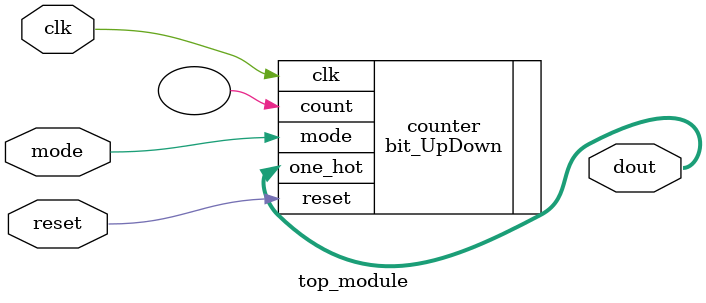
<source format=v>
`timescale 1ns / 1ps
module top_module (
    input wire clk,            // Clock signal
    input wire reset,          // Reset signal
    input wire mode,           // Control signal (mode for up/down)
    output wire [3:0] dout     // One-hot encoded output
);

    // Instantiate the bit_UpDown module
    bit_UpDown counter (
        .clk(clk),
        .reset(reset),
        .mode(mode),           // Map 'mode' to 'up_down'
        .count(),             // No need to connect the 2-bit counter output
        .one_hot(dout)        // Map 'one_hot' to 'dout'
    );

endmodule




</source>
